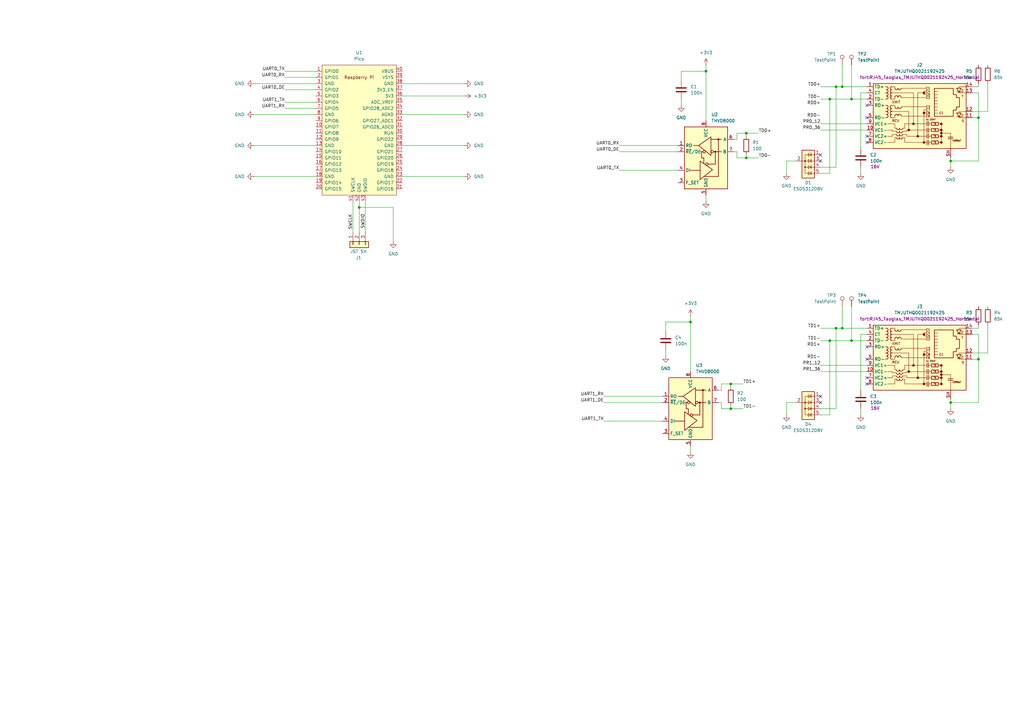
<source format=kicad_sch>
(kicad_sch (version 20231120) (generator "eeschema") (generator_version "8.0")
  (paper "A3")
  (lib_symbols
    (symbol "Connector:TestPoint" (pin_numbers hide) (pin_names (offset 0.762) hide)
      (property "Reference" "TP" (at 0 6.858 0))
      (property "Value" "TestPoint" (at 0 5.08 0))
      (symbol "TestPoint_0_1"
        (circle (center 0 3.302) (radius 0.762))
      )
      (symbol "TestPoint_1_1"
        (pin passive line (at 0 0 90) (length 2.54) (name "1") (number "1"))
      )
    )
    (symbol "Connector_Generic:Conn_01x03" (pin_names (offset 1.016) hide)
      (property "Reference" "J" (at 0 5.08 0))
      (property "Value" "Conn_01x03" (at 0 -5.08 0))
      (symbol "Conn_01x03_1_1"
        (rectangle (start -1.27 -2.413) (end 0 -2.667) (stroke (width 0.1524)))
        (rectangle (start -1.27 0.127) (end 0 -0.127) (stroke (width 0.1524)))
        (rectangle (start -1.27 2.667) (end 0 2.413) (stroke (width 0.1524)))
        (rectangle (start -1.27 3.81) (end 1.27 -3.81) (stroke (width 0.254)) (fill (type background)))
        (pin passive line (at -5.08 2.54 0) (length 3.81) (name "Pin_1") (number "1"))
        (pin passive line (at -5.08 0 0) (length 3.81) (name "Pin_2") (number "2"))
        (pin passive line (at -5.08 -2.54 0) (length 3.81) (name "Pin_3") (number "3"))
      )
    )
    (symbol "Device:C" (pin_numbers hide) (pin_names (offset 0.254))
      (property "Reference" "C" (at 0.635 2.54 0))
      (property "Value" "C" (at 0.635 -2.54 0))
      (symbol "C_0_1"
        (polyline (pts (xy -2.032 -0.762) (xy 2.032 -0.762)) (stroke (width 0.508)))
        (polyline (pts (xy -2.032 0.762) (xy 2.032 0.762)) (stroke (width 0.508)))
      )
      (symbol "C_1_1"
        (pin passive line (at 0 3.81 270) (length 2.794) (name "~") (number "1"))
        (pin passive line (at 0 -3.81 90) (length 2.794) (name "~") (number "2"))
      )
    )
    (symbol "Device:R" (pin_numbers hide) (pin_names (offset 0))
      (property "Reference" "R" (at 2.032 0 90))
      (property "Value" "R" (at 0 0 90))
      (symbol "R_0_1"
        (rectangle (start -1.016 -2.54) (end 1.016 2.54) (stroke (width 0.254)))
      )
      (symbol "R_1_1"
        (pin passive line (at 0 3.81 270) (length 1.27) (name "~") (number "1"))
        (pin passive line (at 0 -3.81 90) (length 1.27) (name "~") (number "2"))
      )
    )
    (symbol "GND_2" (power) (pin_numbers hide) (pin_names (offset 0) hide)
      (property "Value" "GND" (at 0 -3.81 0))
      (symbol "GND_2_0_1"
        (polyline (pts (xy 0 0) (xy 0 -1.27) (xy 1.27 -1.27) (xy 0 -2.54) (xy -1.27 -1.27) (xy 0 -1.27)))
      )
      (symbol "GND_2_1_1"
        (pin power_in line (at 0 0 270) (length 0) (name "~") (number "1"))
      )
    )
    (symbol "Power_Protection:ESDA5V3SC5" (pin_names hide)
      (property "Reference" "D" (at 7.62 2.54 0))
      (property "Value" "ESDA5V3SC5" (at 7.62 0.635 0))
      (symbol "ESDA5V3SC5_0_0"
        (pin passive line (at 0 -5.08 90) (length 2.54) (name "A") (number "2"))
      )
      (symbol "ESDA5V3SC5_0_1"
        (rectangle (start -4.445 2.54) (end 6.985 -2.54) (stroke (width 0.254)) (fill (type background)))
        (circle (center 0 -1.27) (radius 0.254) (fill (type outline)))
        (polyline (pts (xy -2.54 2.54) (xy -2.54 1.27)))
        (polyline (pts (xy 0 -1.27) (xy 0 -2.54)))
        (polyline (pts (xy 0 -1.27) (xy 0 1.27)))
        (polyline (pts (xy 0 2.54) (xy 0 1.27)))
        (polyline (pts (xy 2.54 2.54) (xy 2.54 1.27)))
        (polyline (pts (xy 5.08 2.54) (xy 5.08 1.27)))
        (polyline (pts (xy -3.302 1.016) (xy -3.302 1.27) (xy -1.778 1.27)))
        (polyline (pts (xy 0.762 1.27) (xy -0.762 1.27) (xy -0.762 1.016)))
        (polyline (pts (xy 5.08 1.27) (xy 5.08 -1.27) (xy 2.54 -1.27)))
        (polyline (pts (xy -2.54 1.27) (xy -2.54 -1.27) (xy 2.54 -1.27) (xy 2.54 1.27)))
        (polyline (pts (xy -2.54 1.27) (xy -1.905 0) (xy -3.175 0) (xy -2.54 1.27)))
        (polyline (pts (xy 0.635 0) (xy -0.635 0) (xy 0 1.27) (xy 0.635 0)))
        (polyline (pts (xy 1.778 1.016) (xy 1.778 1.27) (xy 3.175 1.27) (xy 3.302 1.27)))
        (polyline (pts (xy 2.54 1.27) (xy 1.905 0) (xy 3.175 0) (xy 2.54 1.27)))
        (polyline (pts (xy 4.318 1.016) (xy 4.318 1.27) (xy 5.715 1.27) (xy 5.842 1.27)))
        (polyline (pts (xy 5.08 1.27) (xy 4.445 0) (xy 5.715 0) (xy 5.08 1.27)))
        (circle (center 2.54 -1.27) (radius 0.254) (fill (type outline)))
      )
      (symbol "ESDA5V3SC5_1_1"
        (pin passive line (at -2.54 5.08 270) (length 2.54) (name "K") (number "1"))
        (pin passive line (at 0 5.08 270) (length 2.54) (name "K") (number "3"))
        (pin passive line (at 2.54 5.08 270) (length 2.54) (name "K") (number "4"))
        (pin passive line (at 5.08 5.08 270) (length 2.54) (name "K") (number "5"))
      )
    )
    (symbol "common:Pico" (pin_names (offset 1.016))
      (property "Reference" "U" (at -13.97 27.94 0))
      (property "Value" "Pico" (at 0 19.05 0))
      (symbol "Pico_0_0"
        (text "Raspberry Pi" (at 0 21.59 0) (effects (font (size 1.27 1.27))))
      )
      (symbol "Pico_0_1"
        (rectangle (start -15.24 26.67) (end 15.24 -26.67) (fill (type background)))
      )
      (symbol "Pico_1_1"
        (pin bidirectional line (at -17.78 24.13 0) (length 2.54) (name "GPIO0") (number "1"))
        (pin bidirectional line (at -17.78 1.27 0) (length 2.54) (name "GPIO7") (number "10"))
        (pin bidirectional line (at -17.78 -1.27 0) (length 2.54) (name "GPIO8") (number "11"))
        (pin bidirectional line (at -17.78 -3.81 0) (length 2.54) (name "GPIO9") (number "12"))
        (pin power_in line (at -17.78 -6.35 0) (length 2.54) (name "GND") (number "13"))
        (pin bidirectional line (at -17.78 -8.89 0) (length 2.54) (name "GPIO10") (number "14"))
        (pin bidirectional line (at -17.78 -11.43 0) (length 2.54) (name "GPIO11") (number "15"))
        (pin bidirectional line (at -17.78 -13.97 0) (length 2.54) (name "GPIO12") (number "16"))
        (pin bidirectional line (at -17.78 -16.51 0) (length 2.54) (name "GPIO13") (number "17"))
        (pin power_in line (at -17.78 -19.05 0) (length 2.54) (name "GND") (number "18"))
        (pin bidirectional line (at -17.78 -21.59 0) (length 2.54) (name "GPIO14") (number "19"))
        (pin bidirectional line (at -17.78 21.59 0) (length 2.54) (name "GPIO1") (number "2"))
        (pin bidirectional line (at -17.78 -24.13 0) (length 2.54) (name "GPIO15") (number "20"))
        (pin bidirectional line (at 17.78 -24.13 180) (length 2.54) (name "GPIO16") (number "21"))
        (pin bidirectional line (at 17.78 -21.59 180) (length 2.54) (name "GPIO17") (number "22"))
        (pin power_in line (at 17.78 -19.05 180) (length 2.54) (name "GND") (number "23"))
        (pin bidirectional line (at 17.78 -16.51 180) (length 2.54) (name "GPIO18") (number "24"))
        (pin bidirectional line (at 17.78 -13.97 180) (length 2.54) (name "GPIO19") (number "25"))
        (pin bidirectional line (at 17.78 -11.43 180) (length 2.54) (name "GPIO20") (number "26"))
        (pin bidirectional line (at 17.78 -8.89 180) (length 2.54) (name "GPIO21") (number "27"))
        (pin power_in line (at 17.78 -6.35 180) (length 2.54) (name "GND") (number "28"))
        (pin bidirectional line (at 17.78 -3.81 180) (length 2.54) (name "GPIO22") (number "29"))
        (pin power_in line (at -17.78 19.05 0) (length 2.54) (name "GND") (number "3"))
        (pin input line (at 17.78 -1.27 180) (length 2.54) (name "RUN") (number "30"))
        (pin bidirectional line (at 17.78 1.27 180) (length 2.54) (name "GPIO26_ADC0") (number "31"))
        (pin bidirectional line (at 17.78 3.81 180) (length 2.54) (name "GPIO27_ADC1") (number "32"))
        (pin power_in line (at 17.78 6.35 180) (length 2.54) (name "AGND") (number "33"))
        (pin bidirectional line (at 17.78 8.89 180) (length 2.54) (name "GPIO28_ADC2") (number "34"))
        (pin unspecified line (at 17.78 11.43 180) (length 2.54) (name "ADC_VREF") (number "35"))
        (pin unspecified line (at 17.78 13.97 180) (length 2.54) (name "3V3") (number "36"))
        (pin input line (at 17.78 16.51 180) (length 2.54) (name "3V3_EN") (number "37"))
        (pin bidirectional line (at 17.78 19.05 180) (length 2.54) (name "GND") (number "38"))
        (pin unspecified line (at 17.78 21.59 180) (length 2.54) (name "VSYS") (number "39"))
        (pin bidirectional line (at -17.78 16.51 0) (length 2.54) (name "GPIO2") (number "4"))
        (pin unspecified line (at 17.78 24.13 180) (length 2.54) (name "VBUS") (number "40"))
        (pin input line (at -2.54 -29.21 90) (length 2.54) (name "SWCLK") (number "41"))
        (pin power_in line (at 0 -29.21 90) (length 2.54) (name "GND") (number "42"))
        (pin bidirectional line (at 2.54 -29.21 90) (length 2.54) (name "SWDIO") (number "43"))
        (pin bidirectional line (at -17.78 13.97 0) (length 2.54) (name "GPIO3") (number "5"))
        (pin bidirectional line (at -17.78 11.43 0) (length 2.54) (name "GPIO4") (number "6"))
        (pin bidirectional line (at -17.78 8.89 0) (length 2.54) (name "GPIO5") (number "7"))
        (pin power_in line (at -17.78 6.35 0) (length 2.54) (name "GND") (number "8"))
        (pin bidirectional line (at -17.78 3.81 0) (length 2.54) (name "GPIO6") (number "9"))
      )
    )
    (symbol "fort:RJ45_Taglos_TMJUTHQ0021192425"
      (property "Reference" "J" (at 18.415 12.7 0))
      (property "Value" "TMJUTHQ0021192425" (at -7.874 12.7 0))
      (property "Footprint" "fort:RJ45_Taoglas_TMJUTHQ0021192425_Horizontal" (at 0 15.24 0))
      (symbol "RJ45_Taglos_TMJUTHQ0021192425_0_0"
        (circle (center -3.175 -7.62) (radius 0.0001) (stroke (width 0.508)))
        (circle (center -1.27 -5.08) (radius 0.0001) (stroke (width 0.508)))
        (polyline (pts (xy 4.318 -13.716) (xy 4.318 -11.811)) (stroke (width 0.254)))
        (polyline (pts (xy 4.318 -9.144) (xy 4.318 -11.049)) (stroke (width 0.254)))
        (polyline (pts (xy 4.318 -8.636) (xy 4.318 -6.731)) (stroke (width 0.254)))
        (polyline (pts (xy 4.318 -4.064) (xy 4.318 -5.969)) (stroke (width 0.254)))
        (polyline (pts (xy 4.953 -13.716) (xy 4.953 -11.811)) (stroke (width 0.254)))
        (polyline (pts (xy 4.953 -9.144) (xy 4.953 -11.049)) (stroke (width 0.254)))
        (polyline (pts (xy 4.953 -8.636) (xy 4.953 -6.731)) (stroke (width 0.254)))
        (polyline (pts (xy 4.953 -4.064) (xy 4.953 -5.969)) (stroke (width 0.254)))
        (polyline (pts (xy 10.16 -8.89) (xy 13.97 -8.89)))
        (polyline (pts (xy 12.954 -11.176) (xy 14.859 -11.176)) (stroke (width 0.254)))
        (polyline (pts (xy 12.954 -10.541) (xy 14.859 -10.541)) (stroke (width 0.254)))
        (polyline (pts (xy 17.399 -0.635) (xy 17.399 0) (xy 20.32 0)))
        (polyline (pts (xy 17.399 9.525) (xy 17.399 10.16) (xy 20.32 10.16)))
        (polyline (pts (xy 20.32 -2.54) (xy 17.399 -2.54) (xy 17.399 -2.032)))
        (polyline (pts (xy 20.32 7.62) (xy 17.399 7.62) (xy 17.399 8.128)))
        (polyline (pts (xy 3.683 0.635) (xy 3.048 0.635) (xy 3.048 -0.635) (xy 3.683 -0.635)))
        (polyline (pts (xy 3.683 8.255) (xy 3.048 8.255) (xy 3.048 6.985) (xy 3.683 6.985)))
        (polyline (pts (xy 8.89 -7.62) (xy 10.16 -7.62) (xy 10.16 -5.08) (xy 8.89 -5.08)))
        (circle (center 0.508 -10.16) (radius 0.0001) (stroke (width 0.508)))
        (circle (center 3.048 -12.7) (radius 0.0001) (stroke (width 0.508)))
        (circle (center 3.048 -0.635) (radius 0.0001) (stroke (width 0.508)))
        (circle (center 3.048 7.62) (radius 0.0001) (stroke (width 0.508)))
        (circle (center 10.16 -12.7) (radius 0.0001) (stroke (width 0.508)))
        (circle (center 10.16 -10.16) (radius 0.0001) (stroke (width 0.508)))
        (circle (center 10.16 -8.89) (radius 0.0001) (stroke (width 0.508)))
        (circle (center 10.16 -7.62) (radius 0.0001) (stroke (width 0.508)))
        (circle (center 10.16 -5.08) (radius 0.0001) (stroke (width 0.508)))
        (text "C1" (at 4.699 9.525 0) (effects (font (size 0.889 0.889))))
        (text "C1" (at 10.16 -0.635 0) (effects (font (size 0.889 0.889))))
        (text "C2" (at 4.699 5.715 0) (effects (font (size 0.889 0.889))))
        (text "C3" (at 4.699 1.905 0) (effects (font (size 0.889 0.889))))
        (text "C4" (at 4.699 8.255 0) (effects (font (size 0.889 0.889))))
        (text "C5" (at 4.699 6.985 0) (effects (font (size 0.889 0.889))))
        (text "C6" (at 4.699 -1.905 0) (effects (font (size 0.889 0.889))))
        (text "C7" (at 4.699 0.635 0) (effects (font (size 0.889 0.889))))
        (text "C8" (at 4.699 -0.635 0) (effects (font (size 0.889 0.889))))
        (text "RCV" (at -10.16 -3.81 0) (effects (font (size 1.016 1.016)) (justify left)))
        (text "XMIT" (at -10.16 3.81 0) (effects (font (size 1.016 1.016)) (justify left)))
      )
      (symbol "RJ45_Taglos_TMJUTHQ0021192425_0_1"
        (rectangle (start -17.78 11.43) (end 20.32 -15.24) (stroke (width 0.254)) (fill (type background)))
        (polyline (pts (xy -12.3163 -2.54) (xy -12.9513 -2.54)))
        (polyline (pts (xy -12.3163 0) (xy -12.9513 0)))
        (polyline (pts (xy -12.3163 2.54) (xy -12.9513 2.54)))
        (polyline (pts (xy -12.3163 5.08) (xy -12.9513 5.08)))
        (polyline (pts (xy -12.3163 7.62) (xy -12.9513 7.62)))
        (polyline (pts (xy -12.3163 10.16) (xy -12.9513 10.16)))
        (polyline (pts (xy -6.35 -1.905) (xy 3.683 -1.905)))
        (polyline (pts (xy -6.35 5.715) (xy 3.683 5.715)))
        (polyline (pts (xy -6.35 9.525) (xy 3.683 9.525)))
        (polyline (pts (xy -6.223 1.905) (xy 3.683 1.905)))
        (polyline (pts (xy -1.27 -5.08) (xy 4.445 -5.08)))
        (polyline (pts (xy 5.969 -12.7) (xy 4.953 -12.7)))
        (polyline (pts (xy 5.969 -10.16) (xy 4.953 -10.16)))
        (polyline (pts (xy 5.969 -7.62) (xy 4.953 -7.62)))
        (polyline (pts (xy 5.969 -5.08) (xy 4.953 -5.08)))
        (polyline (pts (xy 7.4295 0.5715) (xy 8.6995 0.5715)))
        (polyline (pts (xy 7.4295 1.8415) (xy 8.6995 1.8415)))
        (polyline (pts (xy 7.4295 3.1115) (xy 8.6995 3.1115)))
        (polyline (pts (xy 7.4295 4.3815) (xy 8.6995 4.3815)))
        (polyline (pts (xy 7.4295 5.6515) (xy 8.6995 5.6515)))
        (polyline (pts (xy 8.6995 -0.6985) (xy 7.4295 -0.6985)))
        (polyline (pts (xy 8.6995 6.9215) (xy 7.4295 6.9215)))
        (polyline (pts (xy 8.6995 8.1915) (xy 7.4295 8.1915)))
        (polyline (pts (xy -10.16 0) (xy -3.175 0) (xy -3.175 -7.62)))
        (polyline (pts (xy -10.16 2.54) (xy -8.89 2.54) (xy -8.89 1.905)))
        (polyline (pts (xy -10.16 7.62) (xy -1.27 7.62) (xy -1.27 -5.08)))
        (polyline (pts (xy -10.16 10.16) (xy -8.89 10.16) (xy -8.89 9.525)))
        (polyline (pts (xy -8.89 -1.905) (xy -8.89 -2.54) (xy -10.16 -2.54)))
        (polyline (pts (xy -8.89 5.715) (xy -8.89 5.08) (xy -10.16 5.08)))
        (polyline (pts (xy -5.588 -8.128) (xy -4.064 -8.128) (xy -4.064 -7.62)))
        (polyline (pts (xy -5.588 -6.858) (xy -4.826 -6.858) (xy -4.826 -5.08)))
        (polyline (pts (xy -11.938 -10.16) (xy -9.906 -10.16) (xy -9.906 -9.398) (xy -8.382 -9.398)))
        (polyline (pts (xy -8.382 -10.668) (xy -8.89 -10.668) (xy -8.89 -12.7) (xy -11.938 -12.7)))
        (polyline (pts (xy -8.382 -8.128) (xy -9.906 -8.128) (xy -9.906 -7.62) (xy -11.938 -7.62)))
        (polyline (pts (xy -8.382 -6.858) (xy -8.89 -6.858) (xy -8.89 -5.08) (xy -11.938 -5.08)))
      )
      (symbol "RJ45_Taglos_TMJUTHQ0021192425_1_0"
        (polyline (pts (xy 13.97 -10.414) (xy 13.97 -8.89)))
        (polyline (pts (xy -4.064 -9.398) (xy -4.064 -10.16) (xy 4.318 -10.16)))
        (polyline (pts (xy 4.318 -12.7) (xy -4.826 -12.7) (xy -4.826 -10.668)))
        (polyline (pts (xy 10.16 -10.16) (xy 10.16 -12.7) (xy 8.89 -12.7)))
        (polyline (pts (xy 10.16 -7.62) (xy 10.16 -10.16) (xy 8.89 -10.16)))
        (text "1000pF" (at 16.51 -11.938 0) (effects (font (size 0.635 0.635))))
        (text "4x 22nF" (at 5.842 -3.302 0) (effects (font (size 0.635 0.635))))
        (text "G" (at 19.05 -3.81 0) (effects (font (size 0.889 0.889))))
        (text "Y" (at 18.796 6.35 0) (effects (font (size 0.889 0.889))))
      )
      (symbol "RJ45_Taglos_TMJUTHQ0021192425_1_1"
        (arc (start -12.3163 1.27) (mid -11.684 1.905) (end -12.3163 2.54) (stroke (width 0.254)))
        (arc (start -12.3136 -2.54) (mid -11.6813 -1.905) (end -12.3136 -1.27) (stroke (width 0.254)))
        (arc (start -12.3136 -1.27) (mid -11.6813 -0.635) (end -12.3136 0) (stroke (width 0.254)))
        (arc (start -12.3136 0) (mid -11.6813 0.635) (end -12.3136 1.27) (stroke (width 0.254)))
        (arc (start -12.3136 8.89) (mid -11.6813 9.525) (end -12.3136 10.16) (stroke (width 0.254)))
        (arc (start -12.3109 5.08) (mid -11.6786 5.715) (end -12.3109 6.35) (stroke (width 0.254)))
        (arc (start -12.3109 6.35) (mid -11.6786 6.985) (end -12.3109 7.62) (stroke (width 0.254)))
        (arc (start -12.3109 7.62) (mid -11.6786 8.255) (end -12.3109 8.89) (stroke (width 0.254)))
        (arc (start -10.1654 0) (mid -10.7977 -0.635) (end -10.1654 -1.27) (stroke (width 0.254)))
        (arc (start -10.1654 1.27) (mid -10.7977 0.635) (end -10.1654 0) (stroke (width 0.254)))
        (arc (start -10.1654 2.54) (mid -10.7977 1.905) (end -10.1654 1.27) (stroke (width 0.254)))
        (arc (start -10.1654 7.62) (mid -10.7977 6.985) (end -10.1654 6.35) (stroke (width 0.254)))
        (arc (start -10.1654 8.89) (mid -10.7977 8.255) (end -10.1654 7.62) (stroke (width 0.254)))
        (arc (start -10.1654 10.16) (mid -10.7977 9.525) (end -10.1654 8.89) (stroke (width 0.254)))
        (arc (start -10.1627 -1.27) (mid -10.795 -1.905) (end -10.1627 -2.54) (stroke (width 0.254)))
        (arc (start -10.1627 6.35) (mid -10.795 5.715) (end -10.1627 5.08) (stroke (width 0.254)))
        (arc (start -8.89 9.5223) (mid -8.255 8.89) (end -7.62 9.5223) (stroke (width 0.254)))
        (arc (start -8.8265 1.8388) (mid -8.1915 1.2065) (end -7.5565 1.8388) (stroke (width 0.254)))
        (arc (start -8.255 -10.6707) (mid -7.62 -11.303) (end -6.985 -10.6707) (stroke (width 0.254)))
        (arc (start -8.255 -9.4007) (mid -7.62 -10.033) (end -6.985 -9.4007) (stroke (width 0.254)))
        (arc (start -8.255 -8.1307) (mid -7.62 -8.763) (end -6.985 -8.1307) (stroke (width 0.254)))
        (arc (start -8.255 -6.8607) (mid -7.62 -7.493) (end -6.985 -6.8607) (stroke (width 0.254)))
        (arc (start -7.62 -1.7753) (mid -8.255 -1.143) (end -8.89 -1.7753) (stroke (width 0.254)))
        (arc (start -7.62 5.8447) (mid -8.255 6.477) (end -8.89 5.8447) (stroke (width 0.254)))
        (arc (start -7.62 9.525) (mid -6.985 8.8927) (end -6.35 9.525) (stroke (width 0.254)))
        (arc (start -7.5565 1.8415) (mid -6.9215 1.2092) (end -6.2865 1.8415) (stroke (width 0.254)))
        (arc (start -6.985 -10.668) (mid -6.35 -11.3003) (end -5.715 -10.668) (stroke (width 0.254)))
        (arc (start -6.985 -9.398) (mid -6.35 -10.0303) (end -5.715 -9.398) (stroke (width 0.254)))
        (arc (start -6.985 -8.128) (mid -6.35 -8.7603) (end -5.715 -8.128) (stroke (width 0.254)))
        (arc (start -6.985 -6.858) (mid -6.35 -7.4903) (end -5.715 -6.858) (stroke (width 0.254)))
        (arc (start -6.35 -1.7726) (mid -6.985 -1.1403) (end -7.62 -1.7726) (stroke (width 0.254)))
        (arc (start -6.35 5.8474) (mid -6.985 6.4797) (end -7.62 5.8474) (stroke (width 0.254)))
        (polyline (pts (xy -5.588 -10.668) (xy -4.826 -10.668)))
        (polyline (pts (xy -5.588 -9.398) (xy -4.064 -9.398)))
        (polyline (pts (xy -4.826 -5.08) (xy -1.27 -5.08)))
        (polyline (pts (xy -4.064 -7.62) (xy -3.175 -7.62)))
        (polyline (pts (xy 3.048 -0.508) (xy 3.048 -12.7)))
        (polyline (pts (xy 4.445 -7.62) (xy -3.175 -7.62)))
        (polyline (pts (xy 13.97 -11.176) (xy 13.97 -15.24)))
        (polyline (pts (xy 18.161 -2.159) (xy 16.637 -2.159)) (stroke (width 0.254)))
        (polyline (pts (xy 18.161 8.001) (xy 16.637 8.001)) (stroke (width 0.254)))
        (polyline (pts (xy 18.796 -2.159) (xy 18.796 -1.905)))
        (polyline (pts (xy 18.796 8.001) (xy 18.796 8.255)))
        (polyline (pts (xy 19.05 -1.524) (xy 19.05 -1.27)))
        (polyline (pts (xy 19.05 8.636) (xy 19.05 8.89)))
        (polyline (pts (xy 3.048 7.62) (xy 0.508 7.62) (xy 0.508 -10.16)))
        (polyline (pts (xy 18.288 -1.651) (xy 18.796 -2.159) (xy 18.542 -2.159)))
        (polyline (pts (xy 18.288 8.509) (xy 18.796 8.001) (xy 18.542 8.001)))
        (polyline (pts (xy 18.542 -1.016) (xy 19.05 -1.524) (xy 18.796 -1.524)))
        (polyline (pts (xy 18.542 9.144) (xy 19.05 8.636) (xy 18.796 8.636)))
        (polyline (pts (xy 18.288 -0.635) (xy 16.383 -0.635) (xy 17.399 -2.159) (xy 18.288 -0.635)) (stroke (width 0.254)))
        (polyline (pts (xy 18.288 9.525) (xy 16.383 9.525) (xy 17.399 8.001) (xy 18.288 9.525)) (stroke (width 0.254)))
        (polyline (pts (xy 7.3025 -1.9685) (xy 7.3025 9.4615) (xy 15.0495 9.4615) (xy 15.0495 6.9215) (xy 16.3195 6.9215) (xy 16.3195 5.6515) (xy 17.5895 5.6515) (xy 17.5895 1.8415) (xy 16.3195 1.8415) (xy 16.3195 0.5715) (xy 15.0495 0.5715) (xy 15.0495 -1.9685) (xy 7.3025 -1.9685)) (stroke (width 0.254)))
        (rectangle (start 8.89 -13.335) (end 6.096 -12.065) (stroke (width 0.254)))
        (rectangle (start 8.89 -9.525) (end 6.096 -10.795) (stroke (width 0.254)))
        (rectangle (start 8.89 -8.255) (end 6.096 -6.985) (stroke (width 0.254)))
        (rectangle (start 8.89 -4.445) (end 6.096 -5.715) (stroke (width 0.254)))
        (text "75" (at 7.493 -12.7 0) (effects (font (size 0.635 0.635))))
        (text "75" (at 7.493 -10.16 0) (effects (font (size 0.635 0.635))))
        (text "75" (at 7.493 -7.62 0) (effects (font (size 0.635 0.635))))
        (text "75" (at 7.493 -5.08 0) (effects (font (size 0.635 0.635))))
        (pin passive line (at -20.32 10.16 0) (length 2.54) (name "TD+") (number "1"))
        (pin power_out line (at -20.32 -7.62 0) (length 2.54) (name "VC1-") (number "10"))
        (pin passive line (at 22.86 -2.54 180) (length 2.54) (name "") (number "11"))
        (pin passive line (at 22.86 0 180) (length 2.54) (name "") (number "12"))
        (pin passive line (at 22.86 7.62 180) (length 2.54) (name "") (number "13"))
        (pin passive line (at 22.86 10.16 180) (length 2.54) (name "") (number "14"))
        (pin passive line (at -20.32 5.08 0) (length 2.54) (name "TD-") (number "2"))
        (pin passive line (at -20.32 2.54 0) (length 2.54) (name "RD+") (number "3"))
        (pin passive line (at -20.32 7.62 0) (length 2.54) (name "CT") (number "4"))
        (pin passive line (at -20.32 -2.54 0) (length 2.54) (name "RD-") (number "5"))
        (pin no_connect line (at -20.32 0 0) (length 2.54) hide (name "") (number "6"))
        (pin power_out line (at -20.32 -10.16 0) (length 2.54) (name "VC2+") (number "7"))
        (pin power_out line (at -20.32 -12.7 0) (length 2.54) (name "VC2-") (number "8"))
        (pin power_out line (at -20.32 -5.08 0) (length 2.54) (name "VC1+") (number "9"))
        (pin passive line (at 13.97 -19.05 90) (length 3.81) (name "") (number "SH"))
      )
    )
    (symbol "fort:THVD8000"
      (property "Reference" "U" (at -6.985 13.97 0))
      (property "Value" "THVD8000" (at 7.62 13.97 0))
      (symbol "THVD8000_0_1"
        (rectangle (start -8.89 12.7) (end 8.89 -12.7) (stroke (width 0.254)) (fill (type background)))
        (polyline (pts (xy -2.54 -5.08) (xy -6.35 -5.08)) (stroke (width 0.254)))
        (polyline (pts (xy -2.286 2.54) (xy -1.27 2.54)) (stroke (width 0.254)))
        (polyline (pts (xy -1.778 2.54) (xy -1.778 0)) (stroke (width 0.254)))
        (polyline (pts (xy -0.635 -7.62) (xy 5.08 -7.62)) (stroke (width 0.254)))
        (polyline (pts (xy 0.889 -2.54) (xy 3.81 -2.54)) (stroke (width 0.254)))
        (polyline (pts (xy 2.032 7.62) (xy 6.35 7.62)) (stroke (width 0.254)))
        (polyline (pts (xy 3.048 2.54) (xy 6.35 2.54)) (stroke (width 0.254)))
        (polyline (pts (xy 3.81 -2.54) (xy 3.81 2.54)) (stroke (width 0.254)))
        (polyline (pts (xy 5.08 -7.62) (xy 5.08 7.62)) (stroke (width 0.254)))
        (polyline (pts (xy -3.175 5.08) (xy -5.08 5.08) (xy -4.064 5.08)) (stroke (width 0.254)))
        (polyline (pts (xy -1.778 0) (xy -0.889 0) (xy -0.889 -2.286)) (stroke (width 0.254)))
        (polyline (pts (xy -2.413 -5.08) (xy -2.413 -1.27) (xy 2.667 -4.826) (xy -2.413 -8.89) (xy -2.413 -5.08)) (stroke (width 0.254)))
        (circle (center 0.381 -2.54) (radius 0.508) (stroke (width 0.254)))
        (circle (center 3.81 2.54) (radius 0.2794) (stroke (width 0.254)) (fill (type outline)))
      )
      (symbol "THVD8000_1_1"
        (circle (center -0.762 2.54) (radius 0.508) (stroke (width 0.254)))
        (polyline (pts (xy 2.032 4.826) (xy 2.032 8.636) (xy -3.048 5.08) (xy 2.032 1.016) (xy 2.032 4.826)) (stroke (width 0.254)))
        (circle (center 2.54 2.54) (radius 0.508) (stroke (width 0.254)))
        (circle (center 5.08 7.62) (radius 0.2794) (stroke (width 0.254)) (fill (type outline)))
        (pin output line (at -11.43 5.08 0) (length 2.54) (name "RO") (number "1"))
        (pin input line (at -11.43 2.54 0) (length 2.54) (name "~{RE}/DE") (number "2"))
        (pin input line (at -11.43 -10.16 0) (length 2.54) (name "F_SET") (number "3"))
        (pin input line (at -11.43 -5.08 0) (length 2.54) (name "DI") (number "4"))
        (pin power_in line (at 0 -15.24 90) (length 2.54) (name "GND") (number "5"))
        (pin bidirectional line (at 11.43 7.62 180) (length 2.54) (name "A") (number "6"))
        (pin bidirectional line (at 11.43 2.54 180) (length 2.54) (name "B") (number "7"))
        (pin power_in line (at 0 15.24 270) (length 2.54) (name "VCC") (number "8"))
      )
    )
    (symbol "power:+3V3" (power) (pin_numbers hide) (pin_names (offset 0) hide)
      (property "Value" "+3V3" (at 0 3.556 0))
      (symbol "+3V3_0_1"
        (polyline (pts (xy -0.762 1.27) (xy 0 2.54)))
        (polyline (pts (xy 0 0) (xy 0 2.54)))
        (polyline (pts (xy 0 2.54) (xy 0.762 1.27)))
      )
      (symbol "+3V3_1_1"
        (pin power_in line (at 0 0 90) (length 0) (name "~") (number "1"))
      )
    )
    (symbol "power:GND" (power) (pin_numbers hide) (pin_names (offset 0) hide)
      (property "Value" "GND" (at 0 -3.81 0))
      (symbol "GND_0_1"
        (polyline (pts (xy 0 0) (xy 0 -1.27) (xy 1.27 -1.27) (xy 0 -2.54) (xy -1.27 -1.27) (xy 0 -1.27)))
      )
      (symbol "GND_1_1"
        (pin power_in line (at 0 0 270) (length 0) (name "~") (number "1"))
      )
    )
  )
  (junction (at 306.07 54.61))
  (junction (at 299.72 167.64))
  (junction (at 349.25 40.64))
  (junction (at 389.89 66.04))
  (junction (at 306.07 64.77))
  (junction (at 342.9 35.56))
  (junction (at 389.89 165.1))
  (junction (at 401.32 147.32))
  (junction (at 345.44 134.62))
  (junction (at 340.36 40.64))
  (junction (at 283.21 132.08))
  (junction (at 299.72 157.48))
  (junction (at 345.44 35.56))
  (junction (at 342.9 134.62))
  (junction (at 147.32 85.09))
  (junction (at 340.36 139.7))
  (junction (at 401.32 48.26))
  (junction (at 289.56 29.21))
  (junction (at 349.25 139.7))
  (no_connect (at 355.6 154.94))
  (no_connect (at 355.6 147.32))
  (no_connect (at 336.55 165.1))
  (no_connect (at 336.55 162.56))
  (no_connect (at 355.6 58.42))
  (no_connect (at 355.6 48.26))
  (no_connect (at 355.6 55.88))
  (no_connect (at 355.6 142.24))
  (no_connect (at 336.55 63.5))
  (no_connect (at 355.6 43.18))
  (no_connect (at 355.6 157.48))
  (no_connect (at 336.55 66.04))
  (wire (pts (xy 302.26 62.23) (xy 300.99 62.23)))
  (wire (pts (xy 389.89 163.83) (xy 389.89 165.1)))
  (wire (pts (xy 398.78 35.56) (xy 401.32 35.56)))
  (wire (pts (xy 355.6 137.16) (xy 353.06 137.16)))
  (wire (pts (xy 283.21 182.88) (xy 283.21 185.42)))
  (wire (pts (xy 299.72 167.64) (xy 295.91 167.64)))
  (wire (pts (xy 340.36 139.7) (xy 336.55 139.7)))
  (wire (pts (xy 389.89 66.04) (xy 401.32 66.04)))
  (wire (pts (xy 336.55 170.18) (xy 340.36 170.18)))
  (wire (pts (xy 149.86 82.55) (xy 149.86 95.25)))
  (wire (pts (xy 401.32 147.32) (xy 398.78 147.32)))
  (wire (pts (xy 116.84 31.75) (xy 129.54 31.75)))
  (wire (pts (xy 353.06 137.16) (xy 353.06 160.02)))
  (wire (pts (xy 279.4 29.21) (xy 289.56 29.21)))
  (wire (pts (xy 349.25 40.64) (xy 340.36 40.64)))
  (wire (pts (xy 401.32 48.26) (xy 398.78 48.26)))
  (wire (pts (xy 295.91 160.02) (xy 294.64 160.02)))
  (wire (pts (xy 289.56 80.01) (xy 289.56 82.55)))
  (wire (pts (xy 401.32 134.62) (xy 401.32 133.35)))
  (wire (pts (xy 349.25 125.73) (xy 349.25 139.7)))
  (wire (pts (xy 295.91 165.1) (xy 294.64 165.1)))
  (wire (pts (xy 336.55 68.58) (xy 342.9 68.58)))
  (wire (pts (xy 306.07 54.61) (xy 306.07 55.88)))
  (wire (pts (xy 247.65 172.72) (xy 271.78 172.72)))
  (wire (pts (xy 147.32 85.09) (xy 147.32 95.25)))
  (wire (pts (xy 340.36 71.12) (xy 336.55 71.12)))
  (wire (pts (xy 165.1 72.39) (xy 190.5 72.39)))
  (wire (pts (xy 336.55 167.64) (xy 342.9 167.64)))
  (wire (pts (xy 190.5 46.99) (xy 165.1 46.99)))
  (wire (pts (xy 353.06 68.58) (xy 353.06 71.12)))
  (wire (pts (xy 295.91 167.64) (xy 295.91 165.1)))
  (wire (pts (xy 398.78 137.16) (xy 401.32 137.16)))
  (wire (pts (xy 254 62.23) (xy 278.13 62.23)))
  (wire (pts (xy 304.8 157.48) (xy 299.72 157.48)))
  (wire (pts (xy 299.72 157.48) (xy 295.91 157.48)))
  (wire (pts (xy 116.84 41.91) (xy 129.54 41.91)))
  (wire (pts (xy 116.84 44.45) (xy 129.54 44.45)))
  (wire (pts (xy 342.9 35.56) (xy 342.9 68.58)))
  (wire (pts (xy 389.89 66.04) (xy 389.89 68.58)))
  (wire (pts (xy 389.89 64.77) (xy 389.89 66.04)))
  (wire (pts (xy 254 59.69) (xy 278.13 59.69)))
  (wire (pts (xy 326.39 165.1) (xy 322.58 165.1)))
  (wire (pts (xy 116.84 36.83) (xy 129.54 36.83)))
  (wire (pts (xy 289.56 29.21) (xy 289.56 26.67)))
  (wire (pts (xy 355.6 152.4) (xy 336.55 152.4)))
  (wire (pts (xy 129.54 72.39) (xy 104.14 72.39)))
  (wire (pts (xy 295.91 157.48) (xy 295.91 160.02)))
  (wire (pts (xy 345.44 125.73) (xy 345.44 134.62)))
  (wire (pts (xy 345.44 134.62) (xy 355.6 134.62)))
  (wire (pts (xy 302.26 64.77) (xy 302.26 62.23)))
  (wire (pts (xy 299.72 166.37) (xy 299.72 167.64)))
  (wire (pts (xy 398.78 134.62) (xy 401.32 134.62)))
  (wire (pts (xy 104.14 46.99) (xy 129.54 46.99)))
  (wire (pts (xy 398.78 38.1) (xy 401.32 38.1)))
  (wire (pts (xy 247.65 165.1) (xy 271.78 165.1)))
  (wire (pts (xy 353.06 167.64) (xy 353.06 170.18)))
  (wire (pts (xy 355.6 50.8) (xy 336.55 50.8)))
  (wire (pts (xy 342.9 134.62) (xy 336.55 134.62)))
  (wire (pts (xy 401.32 35.56) (xy 401.32 34.29)))
  (wire (pts (xy 279.4 33.02) (xy 279.4 29.21)))
  (wire (pts (xy 283.21 132.08) (xy 283.21 129.54)))
  (wire (pts (xy 311.15 64.77) (xy 306.07 64.77)))
  (wire (pts (xy 283.21 132.08) (xy 283.21 152.4)))
  (wire (pts (xy 116.84 29.21) (xy 129.54 29.21)))
  (wire (pts (xy 289.56 29.21) (xy 289.56 49.53)))
  (wire (pts (xy 345.44 35.56) (xy 342.9 35.56)))
  (wire (pts (xy 144.78 82.55) (xy 144.78 95.25)))
  (wire (pts (xy 349.25 139.7) (xy 340.36 139.7)))
  (wire (pts (xy 273.05 135.89) (xy 273.05 132.08)))
  (wire (pts (xy 389.89 165.1) (xy 389.89 167.64)))
  (wire (pts (xy 405.13 45.72) (xy 398.78 45.72)))
  (wire (pts (xy 147.32 82.55) (xy 147.32 85.09)))
  (wire (pts (xy 405.13 34.29) (xy 405.13 45.72)))
  (wire (pts (xy 355.6 53.34) (xy 336.55 53.34)))
  (wire (pts (xy 147.32 85.09) (xy 161.29 85.09)))
  (wire (pts (xy 349.25 26.67) (xy 349.25 40.64)))
  (wire (pts (xy 306.07 54.61) (xy 302.26 54.61)))
  (wire (pts (xy 302.26 57.15) (xy 300.99 57.15)))
  (wire (pts (xy 161.29 85.09) (xy 161.29 99.06)))
  (wire (pts (xy 401.32 38.1) (xy 401.32 48.26)))
  (wire (pts (xy 405.13 133.35) (xy 405.13 144.78)))
  (wire (pts (xy 342.9 134.62) (xy 342.9 167.64)))
  (wire (pts (xy 279.4 40.64) (xy 279.4 43.18)))
  (wire (pts (xy 353.06 38.1) (xy 353.06 60.96)))
  (wire (pts (xy 345.44 35.56) (xy 355.6 35.56)))
  (wire (pts (xy 273.05 132.08) (xy 283.21 132.08)))
  (wire (pts (xy 322.58 66.04) (xy 322.58 71.12)))
  (wire (pts (xy 340.36 139.7) (xy 340.36 170.18)))
  (wire (pts (xy 299.72 157.48) (xy 299.72 158.75)))
  (wire (pts (xy 355.6 40.64) (xy 349.25 40.64)))
  (wire (pts (xy 355.6 38.1) (xy 353.06 38.1)))
  (wire (pts (xy 355.6 149.86) (xy 336.55 149.86)))
  (wire (pts (xy 304.8 167.64) (xy 299.72 167.64)))
  (wire (pts (xy 401.32 137.16) (xy 401.32 147.32)))
  (wire (pts (xy 340.36 40.64) (xy 336.55 40.64)))
  (wire (pts (xy 165.1 39.37) (xy 190.5 39.37)))
  (wire (pts (xy 254 69.85) (xy 278.13 69.85)))
  (wire (pts (xy 355.6 139.7) (xy 349.25 139.7)))
  (wire (pts (xy 273.05 143.51) (xy 273.05 146.05)))
  (wire (pts (xy 401.32 165.1) (xy 401.32 147.32)))
  (wire (pts (xy 405.13 144.78) (xy 398.78 144.78)))
  (wire (pts (xy 306.07 64.77) (xy 302.26 64.77)))
  (wire (pts (xy 345.44 26.67) (xy 345.44 35.56)))
  (wire (pts (xy 322.58 165.1) (xy 322.58 170.18)))
  (wire (pts (xy 311.15 54.61) (xy 306.07 54.61)))
  (wire (pts (xy 129.54 59.69) (xy 104.14 59.69)))
  (wire (pts (xy 247.65 162.56) (xy 271.78 162.56)))
  (wire (pts (xy 165.1 59.69) (xy 190.5 59.69)))
  (wire (pts (xy 342.9 35.56) (xy 336.55 35.56)))
  (wire (pts (xy 302.26 54.61) (xy 302.26 57.15)))
  (wire (pts (xy 190.5 34.29) (xy 165.1 34.29)))
  (wire (pts (xy 342.9 134.62) (xy 345.44 134.62)))
  (wire (pts (xy 104.14 34.29) (xy 129.54 34.29)))
  (wire (pts (xy 306.07 63.5) (xy 306.07 64.77)))
  (wire (pts (xy 326.39 66.04) (xy 322.58 66.04)))
  (wire (pts (xy 340.36 40.64) (xy 340.36 71.12)))
  (wire (pts (xy 401.32 66.04) (xy 401.32 48.26)))
  (wire (pts (xy 389.89 165.1) (xy 401.32 165.1)))
  (label "TD0+" (at 311.15 54.61 0))
  (label "TD0-" (at 311.15 64.77 0))
  (label "RD1+" (at 336.55 142.24 180))
  (label "UART1_TX" (at 247.65 172.72 180))
  (label "UART0_RX" (at 254 59.69 180))
  (label "TD1-" (at 304.8 167.64 0))
  (label "SWCLK" (at 144.78 87.63 270))
  (label "RD0+" (at 336.55 43.18 180))
  (label "TD0-" (at 336.55 40.64 180))
  (label "UART0_TX" (at 116.84 29.21 180))
  (label "RD0-" (at 336.55 48.26 180))
  (label "RD1-" (at 336.55 147.32 180))
  (label "UART1_RX" (at 247.65 162.56 180))
  (label "UART1_TX" (at 116.84 41.91 180))
  (label "PR1_12" (at 336.55 149.86 180))
  (label "UART0_DE" (at 254 62.23 180))
  (label "TD0+" (at 336.55 35.56 180))
  (label "TD1+" (at 336.55 134.62 180))
  (label "PR0_36" (at 336.55 53.34 180))
  (label "UART1_DE" (at 247.65 165.1 180))
  (label "PR1_36" (at 336.55 152.4 180))
  (label "TD1-" (at 336.55 139.7 180))
  (label "UART0_TX" (at 254 69.85 180))
  (label "UART0_DE" (at 116.84 36.83 180))
  (label "SWDIO" (at 149.86 87.63 270))
  (label "UART0_RX" (at 116.84 31.75 180))
  (label "UART1_RX" (at 116.84 44.45 180))
  (label "PR0_12" (at 336.55 50.8 180))
  (label "TD1+" (at 304.8 157.48 0))
  (symbol (lib_id "power:+3V3") (at 190.5 39.37 270) (unit 1)
    (property "Reference" "#PWR011" (effects (hide yes)))
    (property "Value" "+3V3" (at 194.31 39.3699 90) (effects (justify left)))
    (property "Description" "Power symbol creates a global label with name \"+3V3\"" (effects (hide yes)))
  )
  (symbol (lib_id "Connector:TestPoint") (at 345.44 26.67 0) (mirror y) (unit 1)
    (property "Reference" "TP1" (at 342.9 22.0979 0) (effects (justify left)))
    (property "Value" "TestPoint" (at 342.9 24.6379 0) (effects (justify left)))
    (property "Footprint" "TestPoint:TestPoint_Keystone_5015_Micro-Minature" (effects (hide yes)))
    (property "Description" "test point" (effects (hide yes)))
  )
  (symbol (lib_name "GND_2") (lib_id "power:GND") (at 104.14 59.69 270) (unit 1)
    (property "Reference" "#PWR05" (effects (hide yes)))
    (property "Value" "GND" (at 100.33 59.6901 90) (effects (justify right)))
    (property "Description" "Power symbol creates a global label with name \"GND\" , ground" (effects (hide yes)))
  )
  (symbol (lib_id "Power_Protection:ESDA5V3SC5") (at 331.47 66.04 270) (unit 1)
    (property "Reference" "D1" (at 331.47 74.93 90))
    (property "Value" "ESDS312DBV" (at 331.47 77.47 90))
    (property "Footprint" "Package_TO_SOT_SMD:SOT-23-5" (effects (hide yes)))
    (property "Datasheet" "https://www.st.com/resource/en/datasheet/esda5v3sc6.pdf" (effects (hide yes)))
    (property "Description" "Quad TVS Diode Array, 4.5V Standoff, 4 Channels, 400W, ±30kV, SOT-23-5" (effects (hide yes)))
  )
  (symbol (lib_id "power:GND") (at 279.4 43.18 0) (unit 1)
    (property "Reference" "#PWR012" (effects (hide yes)))
    (property "Value" "GND" (at 279.4 48.26 0))
    (property "Description" "Power symbol creates a global label with name \"GND\" , ground" (effects (hide yes)))
  )
  (symbol (lib_id "common:Pico") (at 147.32 53.34 0) (unit 1)
    (property "Reference" "U1" (at 147.32 21.59 0))
    (property "Value" "Pico" (at 147.32 24.13 0))
    (property "Footprint" "fort:RPi_Pico_SMD_TH" (effects (hide yes)))
    (property "Datasheet" "https://datasheets.raspberrypi.com/pico/pico-datasheet.pdf" (effects (hide yes)))
    (property "MPN" "SC0915" (effects (hide yes)))
    (property "Manufacturer" "Raspberry Pi Foundation" (effects (hide yes)))
  )
  (symbol (lib_name "GND_2") (lib_id "power:GND") (at 104.14 46.99 270) (unit 1)
    (property "Reference" "#PWR04" (effects (hide yes)))
    (property "Value" "GND" (at 100.33 46.9899 90) (effects (justify right)))
    (property "Description" "Power symbol creates a global label with name \"GND\" , ground" (effects (hide yes)))
  )
  (symbol (lib_name "GND_2") (lib_id "power:GND") (at 190.5 34.29 90) (mirror x) (unit 1)
    (property "Reference" "#PWR07" (effects (hide yes)))
    (property "Value" "GND" (at 194.31 34.2899 90) (effects (justify right)))
    (property "Description" "Power symbol creates a global label with name \"GND\" , ground" (effects (hide yes)))
  )
  (symbol (lib_id "Device:R") (at 405.13 30.48 0) (unit 1)
    (property "Reference" "R6" (at 407.67 29.2099 0) (effects (justify left)))
    (property "Value" "65k" (at 407.67 31.7499 0) (effects (justify left)))
    (property "Footprint" "Resistor_SMD:R_0402_1005Metric" (effects (hide yes)))
    (property "Description" "Resistor" (effects (hide yes)))
  )
  (symbol (lib_id "power:GND") (at 273.05 146.05 0) (unit 1)
    (property "Reference" "#PWR023" (effects (hide yes)))
    (property "Value" "GND" (at 273.05 151.13 0))
    (property "Description" "Power symbol creates a global label with name \"GND\" , ground" (effects (hide yes)))
  )
  (symbol (lib_id "Power_Protection:ESDA5V3SC5") (at 331.47 165.1 270) (unit 1)
    (property "Reference" "D4" (at 331.47 173.99 90))
    (property "Value" "ESDS312DBV" (at 331.47 176.53 90))
    (property "Footprint" "Package_TO_SOT_SMD:SOT-23-5" (effects (hide yes)))
    (property "Datasheet" "https://www.st.com/resource/en/datasheet/esda5v3sc6.pdf" (effects (hide yes)))
    (property "Description" "Quad TVS Diode Array, 4.5V Standoff, 4 Channels, 400W, ±30kV, SOT-23-5" (effects (hide yes)))
  )
  (symbol (lib_id "Connector:TestPoint") (at 349.25 125.73 0) (unit 1)
    (property "Reference" "TP4" (at 351.79 121.1579 0) (effects (justify left)))
    (property "Value" "TestPoint" (at 351.79 123.6979 0) (effects (justify left)))
    (property "Footprint" "TestPoint:TestPoint_Keystone_5015_Micro-Minature" (effects (hide yes)))
    (property "Description" "test point" (effects (hide yes)))
  )
  (symbol (lib_id "Device:R") (at 401.32 129.54 0) (mirror y) (unit 1)
    (property "Reference" "R3" (at 398.78 128.2699 0) (effects (justify left)))
    (property "Value" "65k" (at 398.78 130.8099 0) (effects (justify left)))
    (property "Footprint" "Resistor_SMD:R_0402_1005Metric" (effects (hide yes)))
    (property "Description" "Resistor" (effects (hide yes)))
  )
  (symbol (lib_id "fort:THVD8000") (at 283.21 167.64 0) (unit 1)
    (property "Reference" "U3" (at 285.4041 149.86 0) (effects (justify left)))
    (property "Value" "THVD8000" (at 285.4041 152.4 0) (effects (justify left)))
    (property "Footprint" "fort:Texas_SOT-23-8-THIN_1.6x2.9m" (effects (hide yes)))
    (property "Datasheet" "https://www.ti.com/lit/ds/symlink/thvd8000.pdf" (effects (hide yes)))
    (property "Description" "RS-485 Half-duplex 500kbps transceiver with OOK Modulation for Power Line Communication, SOT-23" (effects (hide yes)))
  )
  (symbol (lib_name "GND_2") (lib_id "power:GND") (at 161.29 99.06 0) (unit 1)
    (property "Reference" "#PWR01" (effects (hide yes)))
    (property "Value" "GND" (at 161.29 104.14 0))
    (property "Description" "Power symbol creates a global label with name \"GND\" , ground" (effects (hide yes)))
  )
  (symbol (lib_id "power:GND") (at 322.58 170.18 0) (unit 1)
    (property "Reference" "#PWR019" (effects (hide yes)))
    (property "Value" "GND" (at 322.58 175.26 0))
    (property "Description" "Power symbol creates a global label with name \"GND\" , ground" (effects (hide yes)))
  )
  (symbol (lib_id "Connector_Generic:Conn_01x03") (at 147.32 100.33 90) (mirror x) (unit 1)
    (property "Reference" "J1" (at 147.066 105.664 90))
    (property "Value" "JST SH" (at 147.066 103.124 90))
    (property "Footprint" "Connector_JST:JST_SH_BM03B-SRSS-TB_1x03-1MP_P1.00mm_Vertical" (effects (hide yes)))
    (property "MPN" "SM03B-SRSS-TB" (effects (hide yes)))
    (property "Manufacturer" "JST" (effects (hide yes)))
  )
  (symbol (lib_id "fort:RJ45_Taglos_TMJUTHQ0021192425") (at 375.92 144.78 0) (unit 1)
    (property "Reference" "J3" (at 377.19 125.73 0))
    (property "Value" "TMJUTHQ0021192425" (at 377.19 128.27 0))
    (property "Footprint" "fort:RJ45_Taoglas_TMJUTHQ0021192425_Horizontal" (at 377.19 130.81 0))
    (property "Datasheet" "https://www.taoglas.com/datasheets/TMJUTHQ0021192425.pdf" (effects (hide yes)))
    (property "Description" "RJ45 PoE 10/100 Base-TX Jack with Magnetic Module" (effects (hide yes)))
  )
  (symbol (lib_id "power:+3V3") (at 283.21 129.54 0) (unit 1)
    (property "Reference" "#PWR022" (effects (hide yes)))
    (property "Value" "+3V3" (at 283.21 124.46 0))
    (property "Description" "Power symbol creates a global label with name \"+3V3\"" (effects (hide yes)))
  )
  (symbol (lib_id "power:GND") (at 283.21 185.42 0) (unit 1)
    (property "Reference" "#PWR024" (effects (hide yes)))
    (property "Value" "GND" (at 283.21 190.5 0))
    (property "Description" "Power symbol creates a global label with name \"GND\" , ground" (effects (hide yes)))
  )
  (symbol (lib_id "power:GND") (at 322.58 71.12 0) (unit 1)
    (property "Reference" "#PWR015" (effects (hide yes)))
    (property "Value" "GND" (at 322.58 76.2 0))
    (property "Description" "Power symbol creates a global label with name \"GND\" , ground" (effects (hide yes)))
  )
  (symbol (lib_id "Connector:TestPoint") (at 345.44 125.73 0) (mirror y) (unit 1)
    (property "Reference" "TP3" (at 342.9 121.1579 0) (effects (justify left)))
    (property "Value" "TestPoint" (at 342.9 123.6979 0) (effects (justify left)))
    (property "Footprint" "TestPoint:TestPoint_Keystone_5015_Micro-Minature" (effects (hide yes)))
    (property "Description" "test point" (effects (hide yes)))
  )
  (symbol (lib_name "GND_2") (lib_id "power:GND") (at 190.5 59.69 90) (mirror x) (unit 1)
    (property "Reference" "#PWR09" (effects (hide yes)))
    (property "Value" "GND" (at 194.31 59.6901 90) (effects (justify right)))
    (property "Description" "Power symbol creates a global label with name \"GND\" , ground" (effects (hide yes)))
  )
  (symbol (lib_name "GND_2") (lib_id "power:GND") (at 190.5 46.99 90) (mirror x) (unit 1)
    (property "Reference" "#PWR08" (effects (hide yes)))
    (property "Value" "GND" (at 194.31 46.9899 90) (effects (justify right)))
    (property "Description" "Power symbol creates a global label with name \"GND\" , ground" (effects (hide yes)))
  )
  (symbol (lib_id "power:GND") (at 289.56 82.55 0) (unit 1)
    (property "Reference" "#PWR013" (effects (hide yes)))
    (property "Value" "GND" (at 289.56 87.63 0))
    (property "Description" "Power symbol creates a global label with name \"GND\" , ground" (effects (hide yes)))
  )
  (symbol (lib_id "power:GND") (at 389.89 68.58 0) (mirror y) (unit 1)
    (property "Reference" "#PWR014" (effects (hide yes)))
    (property "Value" "GND" (at 389.89 73.66 0))
    (property "Description" "Power symbol creates a global label with name \"GND\" , ground" (effects (hide yes)))
  )
  (symbol (lib_id "power:GND") (at 353.06 170.18 0) (mirror y) (unit 1)
    (property "Reference" "#PWR020" (effects (hide yes)))
    (property "Value" "GND" (at 353.06 175.26 0))
    (property "Description" "Power symbol creates a global label with name \"GND\" , ground" (effects (hide yes)))
  )
  (symbol (lib_id "Device:C") (at 353.06 163.83 0) (unit 1)
    (property "Reference" "C3" (at 356.87 162.5599 0) (effects (justify left)))
    (property "Value" "100n" (at 356.87 165.0999 0) (effects (justify left)))
    (property "Footprint" "Capacitor_SMD:C_0402_1005Metric" (effects (hide yes)))
    (property "Description" "Unpolarized capacitor" (effects (hide yes)))
    (property "Rated Voltage" "16V" (at 358.902 167.386 0))
    (property "Dielectric" "X7R" (effects (hide yes)))
  )
  (symbol (lib_name "GND_2") (lib_id "power:GND") (at 104.14 34.29 270) (unit 1)
    (property "Reference" "#PWR03" (effects (hide yes)))
    (property "Value" "GND" (at 100.33 34.2899 90) (effects (justify right)))
    (property "Description" "Power symbol creates a global label with name \"GND\" , ground" (effects (hide yes)))
  )
  (symbol (lib_id "Device:R") (at 405.13 129.54 0) (unit 1)
    (property "Reference" "R4" (at 407.67 128.2699 0) (effects (justify left)))
    (property "Value" "65k" (at 407.67 130.8099 0) (effects (justify left)))
    (property "Footprint" "Resistor_SMD:R_0402_1005Metric" (effects (hide yes)))
    (property "Description" "Resistor" (effects (hide yes)))
  )
  (symbol (lib_id "power:+3V3") (at 289.56 26.67 0) (unit 1)
    (property "Reference" "#PWR02" (effects (hide yes)))
    (property "Value" "+3V3" (at 289.56 21.59 0))
    (property "Description" "Power symbol creates a global label with name \"+3V3\"" (effects (hide yes)))
  )
  (symbol (lib_id "Device:R") (at 299.72 162.56 0) (unit 1)
    (property "Reference" "R2" (at 302.26 161.2899 0) (effects (justify left)))
    (property "Value" "100" (at 302.26 163.8299 0) (effects (justify left)))
    (property "Footprint" "Resistor_SMD:R_0402_1005Metric" (effects (hide yes)))
    (property "Description" "Resistor" (effects (hide yes)))
  )
  (symbol (lib_id "fort:RJ45_Taglos_TMJUTHQ0021192425") (at 375.92 45.72 0) (unit 1)
    (property "Reference" "J2" (at 377.19 26.67 0))
    (property "Value" "TMJUTHQ0021192425" (at 377.19 29.21 0))
    (property "Footprint" "fort:RJ45_Taoglas_TMJUTHQ0021192425_Horizontal" (at 377.19 31.75 0))
    (property "Datasheet" "https://www.taoglas.com/datasheets/TMJUTHQ0021192425.pdf" (effects (hide yes)))
    (property "Description" "RJ45 PoE 10/100 Base-TX Jack with Magnetic Module" (effects (hide yes)))
  )
  (symbol (lib_id "power:GND") (at 389.89 167.64 0) (mirror y) (unit 1)
    (property "Reference" "#PWR018" (effects (hide yes)))
    (property "Value" "GND" (at 389.89 172.72 0))
    (property "Description" "Power symbol creates a global label with name \"GND\" , ground" (effects (hide yes)))
  )
  (symbol (lib_name "GND_2") (lib_id "power:GND") (at 104.14 72.39 270) (unit 1)
    (property "Reference" "#PWR06" (effects (hide yes)))
    (property "Value" "GND" (at 100.33 72.3901 90) (effects (justify right)))
    (property "Description" "Power symbol creates a global label with name \"GND\" , ground" (effects (hide yes)))
  )
  (symbol (lib_id "Device:C") (at 353.06 64.77 0) (unit 1)
    (property "Reference" "C2" (at 356.87 63.4999 0) (effects (justify left)))
    (property "Value" "100n" (at 356.87 66.0399 0) (effects (justify left)))
    (property "Footprint" "Capacitor_SMD:C_0402_1005Metric" (effects (hide yes)))
    (property "Description" "Unpolarized capacitor" (effects (hide yes)))
    (property "Rated Voltage" "16V" (at 358.902 68.326 0))
    (property "Dielectric" "X7R" (effects (hide yes)))
  )
  (symbol (lib_id "Device:C") (at 273.05 139.7 0) (unit 1)
    (property "Reference" "C4" (at 276.86 138.4299 0) (effects (justify left)))
    (property "Value" "100n" (at 276.86 140.9699 0) (effects (justify left)))
    (property "Footprint" "Capacitor_SMD:C_0402_1005Metric" (effects (hide yes)))
    (property "Description" "Unpolarized capacitor" (effects (hide yes)))
  )
  (symbol (lib_name "GND_2") (lib_id "power:GND") (at 190.5 72.39 90) (mirror x) (unit 1)
    (property "Reference" "#PWR010" (effects (hide yes)))
    (property "Value" "GND" (at 194.31 72.3901 90) (effects (justify right)))
    (property "Description" "Power symbol creates a global label with name \"GND\" , ground" (effects (hide yes)))
  )
  (symbol (lib_id "Device:C") (at 279.4 36.83 0) (unit 1)
    (property "Reference" "C1" (at 283.21 35.5599 0) (effects (justify left)))
    (property "Value" "100n" (at 283.21 38.0999 0) (effects (justify left)))
    (property "Footprint" "Capacitor_SMD:C_0402_1005Metric" (effects (hide yes)))
    (property "Description" "Unpolarized capacitor" (effects (hide yes)))
  )
  (symbol (lib_id "Device:R") (at 306.07 59.69 0) (unit 1)
    (property "Reference" "R1" (at 308.61 58.4199 0) (effects (justify left)))
    (property "Value" "100" (at 308.61 60.9599 0) (effects (justify left)))
    (property "Footprint" "Resistor_SMD:R_0402_1005Metric" (effects (hide yes)))
    (property "Description" "Resistor" (effects (hide yes)))
  )
  (symbol (lib_id "fort:THVD8000") (at 289.56 64.77 0) (unit 1)
    (property "Reference" "U2" (at 291.7541 46.99 0) (effects (justify left)))
    (property "Value" "THVD8000" (at 291.7541 49.53 0) (effects (justify left)))
    (property "Footprint" "fort:Texas_SOT-23-8-THIN_1.6x2.9m" (effects (hide yes)))
    (property "Datasheet" "https://www.ti.com/lit/ds/symlink/thvd8000.pdf" (effects (hide yes)))
    (property "Description" "RS-485 Half-duplex 500kbps transceiver with OOK Modulation for Power Line Communication, SOT-23" (effects (hide yes)))
  )
  (symbol (lib_id "Device:R") (at 401.32 30.48 0) (mirror y) (unit 1)
    (property "Reference" "R5" (at 398.78 29.2099 0) (effects (justify left)))
    (property "Value" "65k" (at 398.78 31.7499 0) (effects (justify left)))
    (property "Footprint" "Resistor_SMD:R_0402_1005Metric" (effects (hide yes)))
    (property "Description" "Resistor" (effects (hide yes)))
  )
  (symbol (lib_id "Connector:TestPoint") (at 349.25 26.67 0) (unit 1)
    (property "Reference" "TP2" (at 351.79 22.0979 0) (effects (justify left)))
    (property "Value" "TestPoint" (at 351.79 24.6379 0) (effects (justify left)))
    (property "Footprint" "TestPoint:TestPoint_Keystone_5015_Micro-Minature" (effects (hide yes)))
    (property "Description" "test point" (effects (hide yes)))
  )
  (symbol (lib_id "power:GND") (at 353.06 71.12 0) (mirror y) (unit 1)
    (property "Reference" "#PWR016" (effects (hide yes)))
    (property "Value" "GND" (at 353.06 76.2 0))
    (property "Description" "Power symbol creates a global label with name \"GND\" , ground" (effects (hide yes)))
  )
)
</source>
